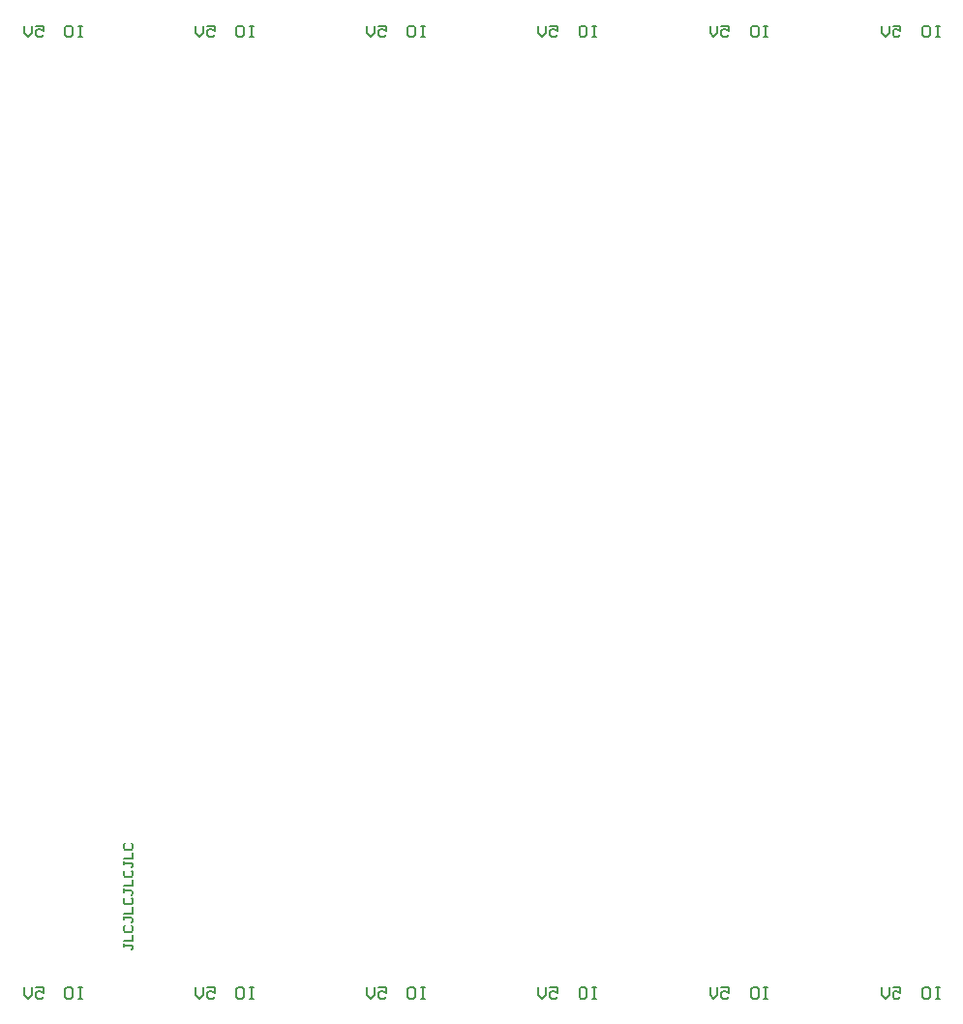
<source format=gbo>
G04*
G04 #@! TF.GenerationSoftware,Altium Limited,Altium Designer,21.7.2 (23)*
G04*
G04 Layer_Color=32896*
%FSLAX44Y44*%
%MOMM*%
G71*
G04*
G04 #@! TF.SameCoordinates,0FFFA108-C98E-47EB-AFC1-BA6D9033F8A2*
G04*
G04*
G04 #@! TF.FilePolarity,Positive*
G04*
G01*
G75*
%ADD22C,0.2000*%
%ADD31C,0.1500*%
D22*
X100000Y905997D02*
X96668D01*
X98334D01*
Y896000D01*
X100000D01*
X96668D01*
X86671Y905997D02*
X90003D01*
X91669Y904331D01*
Y897666D01*
X90003Y896000D01*
X86671D01*
X85005Y897666D01*
Y904331D01*
X86671Y905997D01*
X59335D02*
X66000D01*
Y900998D01*
X62668Y902664D01*
X61002D01*
X59335Y900998D01*
Y897666D01*
X61002Y896000D01*
X64334D01*
X66000Y897666D01*
X56003Y905997D02*
Y899332D01*
X52671Y896000D01*
X49339Y899332D01*
Y905997D01*
X100000Y64997D02*
X96668D01*
X98334D01*
Y55000D01*
X100000D01*
X96668D01*
X86671Y64997D02*
X90003D01*
X91669Y63331D01*
Y56666D01*
X90003Y55000D01*
X86671D01*
X85005Y56666D01*
Y63331D01*
X86671Y64997D01*
X59335D02*
X66000D01*
Y59998D01*
X62668Y61665D01*
X61002D01*
X59335Y59998D01*
Y56666D01*
X61002Y55000D01*
X64334D01*
X66000Y56666D01*
X56003Y64997D02*
Y58332D01*
X52671Y55000D01*
X49339Y58332D01*
Y64997D01*
X250000Y905997D02*
X246668D01*
X248334D01*
Y896000D01*
X250000D01*
X246668D01*
X236671Y905997D02*
X240003D01*
X241669Y904331D01*
Y897666D01*
X240003Y896000D01*
X236671D01*
X235005Y897666D01*
Y904331D01*
X236671Y905997D01*
X209335D02*
X216000D01*
Y900998D01*
X212668Y902664D01*
X211002D01*
X209335Y900998D01*
Y897666D01*
X211002Y896000D01*
X214334D01*
X216000Y897666D01*
X206003Y905997D02*
Y899332D01*
X202671Y896000D01*
X199339Y899332D01*
Y905997D01*
X250000Y64997D02*
X246668D01*
X248334D01*
Y55000D01*
X250000D01*
X246668D01*
X236671Y64997D02*
X240003D01*
X241669Y63331D01*
Y56666D01*
X240003Y55000D01*
X236671D01*
X235005Y56666D01*
Y63331D01*
X236671Y64997D01*
X209335D02*
X216000D01*
Y59998D01*
X212668Y61665D01*
X211002D01*
X209335Y59998D01*
Y56666D01*
X211002Y55000D01*
X214334D01*
X216000Y56666D01*
X206003Y64997D02*
Y58332D01*
X202671Y55000D01*
X199339Y58332D01*
Y64997D01*
X400000Y905997D02*
X396668D01*
X398334D01*
Y896000D01*
X400000D01*
X396668D01*
X386671Y905997D02*
X390003D01*
X391669Y904331D01*
Y897666D01*
X390003Y896000D01*
X386671D01*
X385005Y897666D01*
Y904331D01*
X386671Y905997D01*
X359336D02*
X366000D01*
Y900998D01*
X362668Y902664D01*
X361002D01*
X359336Y900998D01*
Y897666D01*
X361002Y896000D01*
X364334D01*
X366000Y897666D01*
X356003Y905997D02*
Y899332D01*
X352671Y896000D01*
X349339Y899332D01*
Y905997D01*
X400000Y64997D02*
X396668D01*
X398334D01*
Y55000D01*
X400000D01*
X396668D01*
X386671Y64997D02*
X390003D01*
X391669Y63331D01*
Y56666D01*
X390003Y55000D01*
X386671D01*
X385005Y56666D01*
Y63331D01*
X386671Y64997D01*
X359336D02*
X366000D01*
Y59998D01*
X362668Y61665D01*
X361002D01*
X359336Y59998D01*
Y56666D01*
X361002Y55000D01*
X364334D01*
X366000Y56666D01*
X356003Y64997D02*
Y58332D01*
X352671Y55000D01*
X349339Y58332D01*
Y64997D01*
X550000Y905997D02*
X546668D01*
X548334D01*
Y896000D01*
X550000D01*
X546668D01*
X536671Y905997D02*
X540003D01*
X541669Y904331D01*
Y897666D01*
X540003Y896000D01*
X536671D01*
X535005Y897666D01*
Y904331D01*
X536671Y905997D01*
X509336D02*
X516000D01*
Y900998D01*
X512668Y902664D01*
X511002D01*
X509336Y900998D01*
Y897666D01*
X511002Y896000D01*
X514334D01*
X516000Y897666D01*
X506003Y905997D02*
Y899332D01*
X502671Y896000D01*
X499339Y899332D01*
Y905997D01*
X550000Y64997D02*
X546668D01*
X548334D01*
Y55000D01*
X550000D01*
X546668D01*
X536671Y64997D02*
X540003D01*
X541669Y63331D01*
Y56666D01*
X540003Y55000D01*
X536671D01*
X535005Y56666D01*
Y63331D01*
X536671Y64997D01*
X509336D02*
X516000D01*
Y59998D01*
X512668Y61665D01*
X511002D01*
X509336Y59998D01*
Y56666D01*
X511002Y55000D01*
X514334D01*
X516000Y56666D01*
X506003Y64997D02*
Y58332D01*
X502671Y55000D01*
X499339Y58332D01*
Y64997D01*
X700000Y905997D02*
X696668D01*
X698334D01*
Y896000D01*
X700000D01*
X696668D01*
X686671Y905997D02*
X690003D01*
X691669Y904331D01*
Y897666D01*
X690003Y896000D01*
X686671D01*
X685005Y897666D01*
Y904331D01*
X686671Y905997D01*
X659335D02*
X666000D01*
Y900998D01*
X662668Y902664D01*
X661002D01*
X659335Y900998D01*
Y897666D01*
X661002Y896000D01*
X664334D01*
X666000Y897666D01*
X656003Y905997D02*
Y899332D01*
X652671Y896000D01*
X649339Y899332D01*
Y905997D01*
X700000Y64997D02*
X696668D01*
X698334D01*
Y55000D01*
X700000D01*
X696668D01*
X686671Y64997D02*
X690003D01*
X691669Y63331D01*
Y56666D01*
X690003Y55000D01*
X686671D01*
X685005Y56666D01*
Y63331D01*
X686671Y64997D01*
X659335D02*
X666000D01*
Y59998D01*
X662668Y61665D01*
X661002D01*
X659335Y59998D01*
Y56666D01*
X661002Y55000D01*
X664334D01*
X666000Y56666D01*
X656003Y64997D02*
Y58332D01*
X652671Y55000D01*
X649339Y58332D01*
Y64997D01*
X850000Y905997D02*
X846668D01*
X848334D01*
Y896000D01*
X850000D01*
X846668D01*
X836671Y905997D02*
X840003D01*
X841669Y904331D01*
Y897666D01*
X840003Y896000D01*
X836671D01*
X835005Y897666D01*
Y904331D01*
X836671Y905997D01*
X809335D02*
X816000D01*
Y900998D01*
X812668Y902664D01*
X811002D01*
X809335Y900998D01*
Y897666D01*
X811002Y896000D01*
X814334D01*
X816000Y897666D01*
X806003Y905997D02*
Y899332D01*
X802671Y896000D01*
X799339Y899332D01*
Y905997D01*
X850000Y64997D02*
X846668D01*
X848334D01*
Y55000D01*
X850000D01*
X846668D01*
X836671Y64997D02*
X840003D01*
X841669Y63331D01*
Y56666D01*
X840003Y55000D01*
X836671D01*
X835005Y56666D01*
Y63331D01*
X836671Y64997D01*
X809335D02*
X816000D01*
Y59998D01*
X812668Y61665D01*
X811002D01*
X809335Y59998D01*
Y56666D01*
X811002Y55000D01*
X814334D01*
X816000Y56666D01*
X806003Y64997D02*
Y58332D01*
X802671Y55000D01*
X799339Y58332D01*
Y64997D01*
D31*
X136503Y102832D02*
Y100166D01*
Y101499D01*
X143167D01*
X144500Y100166D01*
Y98833D01*
X143167Y97500D01*
X136503Y105497D02*
X144500D01*
Y110829D01*
X137836Y118826D02*
X136503Y117493D01*
Y114828D01*
X137836Y113495D01*
X143167D01*
X144500Y114828D01*
Y117493D01*
X143167Y118826D01*
X136503Y126824D02*
Y124158D01*
Y125491D01*
X143167D01*
X144500Y124158D01*
Y122825D01*
X143167Y121492D01*
X136503Y129490D02*
X144500D01*
Y134821D01*
X137836Y142819D02*
X136503Y141486D01*
Y138820D01*
X137836Y137487D01*
X143167D01*
X144500Y138820D01*
Y141486D01*
X143167Y142819D01*
X136503Y150816D02*
Y148150D01*
Y149483D01*
X143167D01*
X144500Y148150D01*
Y146817D01*
X143167Y145485D01*
X136503Y153482D02*
X144500D01*
Y158813D01*
X137836Y166811D02*
X136503Y165478D01*
Y162812D01*
X137836Y161479D01*
X143167D01*
X144500Y162812D01*
Y165478D01*
X143167Y166811D01*
X136503Y174808D02*
Y172143D01*
Y173475D01*
X143167D01*
X144500Y172143D01*
Y170810D01*
X143167Y169477D01*
X136503Y177474D02*
X144500D01*
Y182806D01*
X137836Y190803D02*
X136503Y189470D01*
Y186805D01*
X137836Y185472D01*
X143167D01*
X144500Y186805D01*
Y189470D01*
X143167Y190803D01*
M02*

</source>
